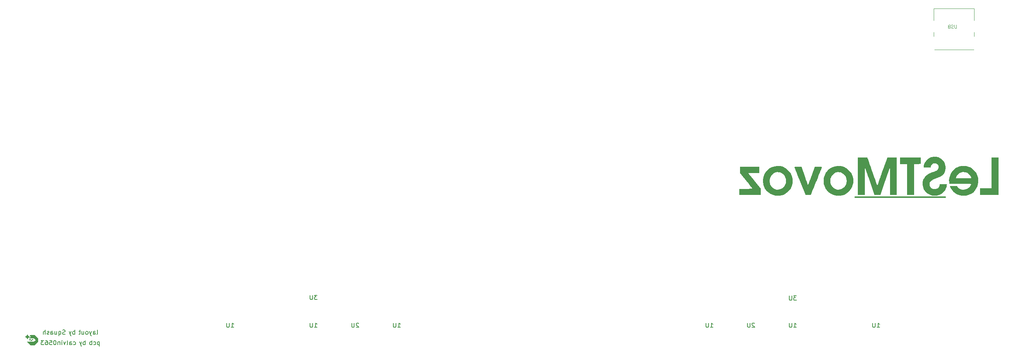
<source format=gbr>
%TF.GenerationSoftware,KiCad,Pcbnew,(7.0.0)*%
%TF.CreationDate,2024-02-11T13:38:05+01:00*%
%TF.ProjectId,LeSTMovoz,4c655354-4d6f-4766-9f7a-2e6b69636164,rev?*%
%TF.SameCoordinates,Original*%
%TF.FileFunction,Legend,Bot*%
%TF.FilePolarity,Positive*%
%FSLAX46Y46*%
G04 Gerber Fmt 4.6, Leading zero omitted, Abs format (unit mm)*
G04 Created by KiCad (PCBNEW (7.0.0)) date 2024-02-11 13:38:05*
%MOMM*%
%LPD*%
G01*
G04 APERTURE LIST*
%ADD10C,0.300000*%
%ADD11C,0.150000*%
%ADD12C,0.125000*%
%ADD13C,0.120000*%
%ADD14C,4.400000*%
%ADD15R,1.778000X1.300000*%
%ADD16O,1.778000X1.300000*%
%ADD17C,1.710000*%
%ADD18C,1.600000*%
%ADD19C,1.750000*%
%ADD20C,3.987800*%
%ADD21C,2.300000*%
%ADD22C,1.400000*%
%ADD23O,1.400000X1.400000*%
%ADD24C,4.000000*%
%ADD25R,2.400000X2.400000*%
%ADD26O,2.400000X2.400000*%
%ADD27R,1.600000X1.600000*%
%ADD28O,1.600000X1.600000*%
%ADD29R,1.050000X1.500000*%
%ADD30O,1.050000X1.500000*%
%ADD31O,1.000000X1.500000*%
%ADD32C,0.700000*%
%ADD33O,0.900000X1.700000*%
%ADD34O,0.900000X2.400000*%
G04 APERTURE END LIST*
D10*
X214312500Y-64293750D02*
X234950000Y-64293750D01*
D11*
X91344642Y-86679880D02*
X90725595Y-86679880D01*
X90725595Y-86679880D02*
X91058928Y-87060833D01*
X91058928Y-87060833D02*
X90916071Y-87060833D01*
X90916071Y-87060833D02*
X90820833Y-87108452D01*
X90820833Y-87108452D02*
X90773214Y-87156071D01*
X90773214Y-87156071D02*
X90725595Y-87251309D01*
X90725595Y-87251309D02*
X90725595Y-87489404D01*
X90725595Y-87489404D02*
X90773214Y-87584642D01*
X90773214Y-87584642D02*
X90820833Y-87632261D01*
X90820833Y-87632261D02*
X90916071Y-87679880D01*
X90916071Y-87679880D02*
X91201785Y-87679880D01*
X91201785Y-87679880D02*
X91297023Y-87632261D01*
X91297023Y-87632261D02*
X91344642Y-87584642D01*
X90297023Y-86679880D02*
X90297023Y-87489404D01*
X90297023Y-87489404D02*
X90249404Y-87584642D01*
X90249404Y-87584642D02*
X90201785Y-87632261D01*
X90201785Y-87632261D02*
X90106547Y-87679880D01*
X90106547Y-87679880D02*
X89916071Y-87679880D01*
X89916071Y-87679880D02*
X89820833Y-87632261D01*
X89820833Y-87632261D02*
X89773214Y-87584642D01*
X89773214Y-87584642D02*
X89725595Y-87489404D01*
X89725595Y-87489404D02*
X89725595Y-86679880D01*
X100822023Y-93125119D02*
X100774404Y-93077500D01*
X100774404Y-93077500D02*
X100679166Y-93029880D01*
X100679166Y-93029880D02*
X100441071Y-93029880D01*
X100441071Y-93029880D02*
X100345833Y-93077500D01*
X100345833Y-93077500D02*
X100298214Y-93125119D01*
X100298214Y-93125119D02*
X100250595Y-93220357D01*
X100250595Y-93220357D02*
X100250595Y-93315595D01*
X100250595Y-93315595D02*
X100298214Y-93458452D01*
X100298214Y-93458452D02*
X100869642Y-94029880D01*
X100869642Y-94029880D02*
X100250595Y-94029880D01*
X99822023Y-93029880D02*
X99822023Y-93839404D01*
X99822023Y-93839404D02*
X99774404Y-93934642D01*
X99774404Y-93934642D02*
X99726785Y-93982261D01*
X99726785Y-93982261D02*
X99631547Y-94029880D01*
X99631547Y-94029880D02*
X99441071Y-94029880D01*
X99441071Y-94029880D02*
X99345833Y-93982261D01*
X99345833Y-93982261D02*
X99298214Y-93934642D01*
X99298214Y-93934642D02*
X99250595Y-93839404D01*
X99250595Y-93839404D02*
X99250595Y-93029880D01*
X109775595Y-94029880D02*
X110347023Y-94029880D01*
X110061309Y-94029880D02*
X110061309Y-93029880D01*
X110061309Y-93029880D02*
X110156547Y-93172738D01*
X110156547Y-93172738D02*
X110251785Y-93267976D01*
X110251785Y-93267976D02*
X110347023Y-93315595D01*
X109347023Y-93029880D02*
X109347023Y-93839404D01*
X109347023Y-93839404D02*
X109299404Y-93934642D01*
X109299404Y-93934642D02*
X109251785Y-93982261D01*
X109251785Y-93982261D02*
X109156547Y-94029880D01*
X109156547Y-94029880D02*
X108966071Y-94029880D01*
X108966071Y-94029880D02*
X108870833Y-93982261D01*
X108870833Y-93982261D02*
X108823214Y-93934642D01*
X108823214Y-93934642D02*
X108775595Y-93839404D01*
X108775595Y-93839404D02*
X108775595Y-93029880D01*
X181213095Y-94029880D02*
X181784523Y-94029880D01*
X181498809Y-94029880D02*
X181498809Y-93029880D01*
X181498809Y-93029880D02*
X181594047Y-93172738D01*
X181594047Y-93172738D02*
X181689285Y-93267976D01*
X181689285Y-93267976D02*
X181784523Y-93315595D01*
X180784523Y-93029880D02*
X180784523Y-93839404D01*
X180784523Y-93839404D02*
X180736904Y-93934642D01*
X180736904Y-93934642D02*
X180689285Y-93982261D01*
X180689285Y-93982261D02*
X180594047Y-94029880D01*
X180594047Y-94029880D02*
X180403571Y-94029880D01*
X180403571Y-94029880D02*
X180308333Y-93982261D01*
X180308333Y-93982261D02*
X180260714Y-93934642D01*
X180260714Y-93934642D02*
X180213095Y-93839404D01*
X180213095Y-93839404D02*
X180213095Y-93029880D01*
X40953572Y-95617380D02*
X41048810Y-95569761D01*
X41048810Y-95569761D02*
X41096429Y-95474523D01*
X41096429Y-95474523D02*
X41096429Y-94617380D01*
X40144048Y-95617380D02*
X40144048Y-95093571D01*
X40144048Y-95093571D02*
X40191667Y-94998333D01*
X40191667Y-94998333D02*
X40286905Y-94950714D01*
X40286905Y-94950714D02*
X40477381Y-94950714D01*
X40477381Y-94950714D02*
X40572619Y-94998333D01*
X40144048Y-95569761D02*
X40239286Y-95617380D01*
X40239286Y-95617380D02*
X40477381Y-95617380D01*
X40477381Y-95617380D02*
X40572619Y-95569761D01*
X40572619Y-95569761D02*
X40620238Y-95474523D01*
X40620238Y-95474523D02*
X40620238Y-95379285D01*
X40620238Y-95379285D02*
X40572619Y-95284047D01*
X40572619Y-95284047D02*
X40477381Y-95236428D01*
X40477381Y-95236428D02*
X40239286Y-95236428D01*
X40239286Y-95236428D02*
X40144048Y-95188809D01*
X39763095Y-94950714D02*
X39525000Y-95617380D01*
X39286905Y-94950714D02*
X39525000Y-95617380D01*
X39525000Y-95617380D02*
X39620238Y-95855476D01*
X39620238Y-95855476D02*
X39667857Y-95903095D01*
X39667857Y-95903095D02*
X39763095Y-95950714D01*
X38763095Y-95617380D02*
X38858333Y-95569761D01*
X38858333Y-95569761D02*
X38905952Y-95522142D01*
X38905952Y-95522142D02*
X38953571Y-95426904D01*
X38953571Y-95426904D02*
X38953571Y-95141190D01*
X38953571Y-95141190D02*
X38905952Y-95045952D01*
X38905952Y-95045952D02*
X38858333Y-94998333D01*
X38858333Y-94998333D02*
X38763095Y-94950714D01*
X38763095Y-94950714D02*
X38620238Y-94950714D01*
X38620238Y-94950714D02*
X38525000Y-94998333D01*
X38525000Y-94998333D02*
X38477381Y-95045952D01*
X38477381Y-95045952D02*
X38429762Y-95141190D01*
X38429762Y-95141190D02*
X38429762Y-95426904D01*
X38429762Y-95426904D02*
X38477381Y-95522142D01*
X38477381Y-95522142D02*
X38525000Y-95569761D01*
X38525000Y-95569761D02*
X38620238Y-95617380D01*
X38620238Y-95617380D02*
X38763095Y-95617380D01*
X37572619Y-94950714D02*
X37572619Y-95617380D01*
X38001190Y-94950714D02*
X38001190Y-95474523D01*
X38001190Y-95474523D02*
X37953571Y-95569761D01*
X37953571Y-95569761D02*
X37858333Y-95617380D01*
X37858333Y-95617380D02*
X37715476Y-95617380D01*
X37715476Y-95617380D02*
X37620238Y-95569761D01*
X37620238Y-95569761D02*
X37572619Y-95522142D01*
X37239285Y-94950714D02*
X36858333Y-94950714D01*
X37096428Y-94617380D02*
X37096428Y-95474523D01*
X37096428Y-95474523D02*
X37048809Y-95569761D01*
X37048809Y-95569761D02*
X36953571Y-95617380D01*
X36953571Y-95617380D02*
X36858333Y-95617380D01*
X35924999Y-95617380D02*
X35924999Y-94617380D01*
X35924999Y-94998333D02*
X35829761Y-94950714D01*
X35829761Y-94950714D02*
X35639285Y-94950714D01*
X35639285Y-94950714D02*
X35544047Y-94998333D01*
X35544047Y-94998333D02*
X35496428Y-95045952D01*
X35496428Y-95045952D02*
X35448809Y-95141190D01*
X35448809Y-95141190D02*
X35448809Y-95426904D01*
X35448809Y-95426904D02*
X35496428Y-95522142D01*
X35496428Y-95522142D02*
X35544047Y-95569761D01*
X35544047Y-95569761D02*
X35639285Y-95617380D01*
X35639285Y-95617380D02*
X35829761Y-95617380D01*
X35829761Y-95617380D02*
X35924999Y-95569761D01*
X35115475Y-94950714D02*
X34877380Y-95617380D01*
X34639285Y-94950714D02*
X34877380Y-95617380D01*
X34877380Y-95617380D02*
X34972618Y-95855476D01*
X34972618Y-95855476D02*
X35020237Y-95903095D01*
X35020237Y-95903095D02*
X35115475Y-95950714D01*
X33705951Y-95569761D02*
X33563094Y-95617380D01*
X33563094Y-95617380D02*
X33324999Y-95617380D01*
X33324999Y-95617380D02*
X33229761Y-95569761D01*
X33229761Y-95569761D02*
X33182142Y-95522142D01*
X33182142Y-95522142D02*
X33134523Y-95426904D01*
X33134523Y-95426904D02*
X33134523Y-95331666D01*
X33134523Y-95331666D02*
X33182142Y-95236428D01*
X33182142Y-95236428D02*
X33229761Y-95188809D01*
X33229761Y-95188809D02*
X33324999Y-95141190D01*
X33324999Y-95141190D02*
X33515475Y-95093571D01*
X33515475Y-95093571D02*
X33610713Y-95045952D01*
X33610713Y-95045952D02*
X33658332Y-94998333D01*
X33658332Y-94998333D02*
X33705951Y-94903095D01*
X33705951Y-94903095D02*
X33705951Y-94807857D01*
X33705951Y-94807857D02*
X33658332Y-94712619D01*
X33658332Y-94712619D02*
X33610713Y-94665000D01*
X33610713Y-94665000D02*
X33515475Y-94617380D01*
X33515475Y-94617380D02*
X33277380Y-94617380D01*
X33277380Y-94617380D02*
X33134523Y-94665000D01*
X32277380Y-94950714D02*
X32277380Y-95950714D01*
X32277380Y-95569761D02*
X32372618Y-95617380D01*
X32372618Y-95617380D02*
X32563094Y-95617380D01*
X32563094Y-95617380D02*
X32658332Y-95569761D01*
X32658332Y-95569761D02*
X32705951Y-95522142D01*
X32705951Y-95522142D02*
X32753570Y-95426904D01*
X32753570Y-95426904D02*
X32753570Y-95141190D01*
X32753570Y-95141190D02*
X32705951Y-95045952D01*
X32705951Y-95045952D02*
X32658332Y-94998333D01*
X32658332Y-94998333D02*
X32563094Y-94950714D01*
X32563094Y-94950714D02*
X32372618Y-94950714D01*
X32372618Y-94950714D02*
X32277380Y-94998333D01*
X31372618Y-94950714D02*
X31372618Y-95617380D01*
X31801189Y-94950714D02*
X31801189Y-95474523D01*
X31801189Y-95474523D02*
X31753570Y-95569761D01*
X31753570Y-95569761D02*
X31658332Y-95617380D01*
X31658332Y-95617380D02*
X31515475Y-95617380D01*
X31515475Y-95617380D02*
X31420237Y-95569761D01*
X31420237Y-95569761D02*
X31372618Y-95522142D01*
X30467856Y-95617380D02*
X30467856Y-95093571D01*
X30467856Y-95093571D02*
X30515475Y-94998333D01*
X30515475Y-94998333D02*
X30610713Y-94950714D01*
X30610713Y-94950714D02*
X30801189Y-94950714D01*
X30801189Y-94950714D02*
X30896427Y-94998333D01*
X30467856Y-95569761D02*
X30563094Y-95617380D01*
X30563094Y-95617380D02*
X30801189Y-95617380D01*
X30801189Y-95617380D02*
X30896427Y-95569761D01*
X30896427Y-95569761D02*
X30944046Y-95474523D01*
X30944046Y-95474523D02*
X30944046Y-95379285D01*
X30944046Y-95379285D02*
X30896427Y-95284047D01*
X30896427Y-95284047D02*
X30801189Y-95236428D01*
X30801189Y-95236428D02*
X30563094Y-95236428D01*
X30563094Y-95236428D02*
X30467856Y-95188809D01*
X30039284Y-95569761D02*
X29944046Y-95617380D01*
X29944046Y-95617380D02*
X29753570Y-95617380D01*
X29753570Y-95617380D02*
X29658332Y-95569761D01*
X29658332Y-95569761D02*
X29610713Y-95474523D01*
X29610713Y-95474523D02*
X29610713Y-95426904D01*
X29610713Y-95426904D02*
X29658332Y-95331666D01*
X29658332Y-95331666D02*
X29753570Y-95284047D01*
X29753570Y-95284047D02*
X29896427Y-95284047D01*
X29896427Y-95284047D02*
X29991665Y-95236428D01*
X29991665Y-95236428D02*
X30039284Y-95141190D01*
X30039284Y-95141190D02*
X30039284Y-95093571D01*
X30039284Y-95093571D02*
X29991665Y-94998333D01*
X29991665Y-94998333D02*
X29896427Y-94950714D01*
X29896427Y-94950714D02*
X29753570Y-94950714D01*
X29753570Y-94950714D02*
X29658332Y-94998333D01*
X29182141Y-95617380D02*
X29182141Y-94617380D01*
X28753570Y-95617380D02*
X28753570Y-95093571D01*
X28753570Y-95093571D02*
X28801189Y-94998333D01*
X28801189Y-94998333D02*
X28896427Y-94950714D01*
X28896427Y-94950714D02*
X29039284Y-94950714D01*
X29039284Y-94950714D02*
X29134522Y-94998333D01*
X29134522Y-94998333D02*
X29182141Y-95045952D01*
D12*
X237483928Y-24925535D02*
X237483928Y-25532678D01*
X237483928Y-25532678D02*
X237448214Y-25604107D01*
X237448214Y-25604107D02*
X237412500Y-25639821D01*
X237412500Y-25639821D02*
X237341071Y-25675535D01*
X237341071Y-25675535D02*
X237198214Y-25675535D01*
X237198214Y-25675535D02*
X237126785Y-25639821D01*
X237126785Y-25639821D02*
X237091071Y-25604107D01*
X237091071Y-25604107D02*
X237055357Y-25532678D01*
X237055357Y-25532678D02*
X237055357Y-24925535D01*
X236733928Y-25639821D02*
X236626786Y-25675535D01*
X236626786Y-25675535D02*
X236448214Y-25675535D01*
X236448214Y-25675535D02*
X236376786Y-25639821D01*
X236376786Y-25639821D02*
X236341071Y-25604107D01*
X236341071Y-25604107D02*
X236305357Y-25532678D01*
X236305357Y-25532678D02*
X236305357Y-25461250D01*
X236305357Y-25461250D02*
X236341071Y-25389821D01*
X236341071Y-25389821D02*
X236376786Y-25354107D01*
X236376786Y-25354107D02*
X236448214Y-25318392D01*
X236448214Y-25318392D02*
X236591071Y-25282678D01*
X236591071Y-25282678D02*
X236662500Y-25246964D01*
X236662500Y-25246964D02*
X236698214Y-25211250D01*
X236698214Y-25211250D02*
X236733928Y-25139821D01*
X236733928Y-25139821D02*
X236733928Y-25068392D01*
X236733928Y-25068392D02*
X236698214Y-24996964D01*
X236698214Y-24996964D02*
X236662500Y-24961250D01*
X236662500Y-24961250D02*
X236591071Y-24925535D01*
X236591071Y-24925535D02*
X236412500Y-24925535D01*
X236412500Y-24925535D02*
X236305357Y-24961250D01*
X235733928Y-25282678D02*
X235626785Y-25318392D01*
X235626785Y-25318392D02*
X235591071Y-25354107D01*
X235591071Y-25354107D02*
X235555357Y-25425535D01*
X235555357Y-25425535D02*
X235555357Y-25532678D01*
X235555357Y-25532678D02*
X235591071Y-25604107D01*
X235591071Y-25604107D02*
X235626785Y-25639821D01*
X235626785Y-25639821D02*
X235698214Y-25675535D01*
X235698214Y-25675535D02*
X235983928Y-25675535D01*
X235983928Y-25675535D02*
X235983928Y-24925535D01*
X235983928Y-24925535D02*
X235733928Y-24925535D01*
X235733928Y-24925535D02*
X235662500Y-24961250D01*
X235662500Y-24961250D02*
X235626785Y-24996964D01*
X235626785Y-24996964D02*
X235591071Y-25068392D01*
X235591071Y-25068392D02*
X235591071Y-25139821D01*
X235591071Y-25139821D02*
X235626785Y-25211250D01*
X235626785Y-25211250D02*
X235662500Y-25246964D01*
X235662500Y-25246964D02*
X235733928Y-25282678D01*
X235733928Y-25282678D02*
X235983928Y-25282678D01*
D11*
X191309523Y-93125119D02*
X191261904Y-93077500D01*
X191261904Y-93077500D02*
X191166666Y-93029880D01*
X191166666Y-93029880D02*
X190928571Y-93029880D01*
X190928571Y-93029880D02*
X190833333Y-93077500D01*
X190833333Y-93077500D02*
X190785714Y-93125119D01*
X190785714Y-93125119D02*
X190738095Y-93220357D01*
X190738095Y-93220357D02*
X190738095Y-93315595D01*
X190738095Y-93315595D02*
X190785714Y-93458452D01*
X190785714Y-93458452D02*
X191357142Y-94029880D01*
X191357142Y-94029880D02*
X190738095Y-94029880D01*
X190309523Y-93029880D02*
X190309523Y-93839404D01*
X190309523Y-93839404D02*
X190261904Y-93934642D01*
X190261904Y-93934642D02*
X190214285Y-93982261D01*
X190214285Y-93982261D02*
X190119047Y-94029880D01*
X190119047Y-94029880D02*
X189928571Y-94029880D01*
X189928571Y-94029880D02*
X189833333Y-93982261D01*
X189833333Y-93982261D02*
X189785714Y-93934642D01*
X189785714Y-93934642D02*
X189738095Y-93839404D01*
X189738095Y-93839404D02*
X189738095Y-93029880D01*
X90725595Y-94029880D02*
X91297023Y-94029880D01*
X91011309Y-94029880D02*
X91011309Y-93029880D01*
X91011309Y-93029880D02*
X91106547Y-93172738D01*
X91106547Y-93172738D02*
X91201785Y-93267976D01*
X91201785Y-93267976D02*
X91297023Y-93315595D01*
X90297023Y-93029880D02*
X90297023Y-93839404D01*
X90297023Y-93839404D02*
X90249404Y-93934642D01*
X90249404Y-93934642D02*
X90201785Y-93982261D01*
X90201785Y-93982261D02*
X90106547Y-94029880D01*
X90106547Y-94029880D02*
X89916071Y-94029880D01*
X89916071Y-94029880D02*
X89820833Y-93982261D01*
X89820833Y-93982261D02*
X89773214Y-93934642D01*
X89773214Y-93934642D02*
X89725595Y-93839404D01*
X89725595Y-93839404D02*
X89725595Y-93029880D01*
X41572619Y-97331964D02*
X41572619Y-98331964D01*
X41572619Y-97379583D02*
X41477381Y-97331964D01*
X41477381Y-97331964D02*
X41286905Y-97331964D01*
X41286905Y-97331964D02*
X41191667Y-97379583D01*
X41191667Y-97379583D02*
X41144048Y-97427202D01*
X41144048Y-97427202D02*
X41096429Y-97522440D01*
X41096429Y-97522440D02*
X41096429Y-97808154D01*
X41096429Y-97808154D02*
X41144048Y-97903392D01*
X41144048Y-97903392D02*
X41191667Y-97951011D01*
X41191667Y-97951011D02*
X41286905Y-97998630D01*
X41286905Y-97998630D02*
X41477381Y-97998630D01*
X41477381Y-97998630D02*
X41572619Y-97951011D01*
X40239286Y-97951011D02*
X40334524Y-97998630D01*
X40334524Y-97998630D02*
X40525000Y-97998630D01*
X40525000Y-97998630D02*
X40620238Y-97951011D01*
X40620238Y-97951011D02*
X40667857Y-97903392D01*
X40667857Y-97903392D02*
X40715476Y-97808154D01*
X40715476Y-97808154D02*
X40715476Y-97522440D01*
X40715476Y-97522440D02*
X40667857Y-97427202D01*
X40667857Y-97427202D02*
X40620238Y-97379583D01*
X40620238Y-97379583D02*
X40525000Y-97331964D01*
X40525000Y-97331964D02*
X40334524Y-97331964D01*
X40334524Y-97331964D02*
X40239286Y-97379583D01*
X39810714Y-97998630D02*
X39810714Y-96998630D01*
X39810714Y-97379583D02*
X39715476Y-97331964D01*
X39715476Y-97331964D02*
X39525000Y-97331964D01*
X39525000Y-97331964D02*
X39429762Y-97379583D01*
X39429762Y-97379583D02*
X39382143Y-97427202D01*
X39382143Y-97427202D02*
X39334524Y-97522440D01*
X39334524Y-97522440D02*
X39334524Y-97808154D01*
X39334524Y-97808154D02*
X39382143Y-97903392D01*
X39382143Y-97903392D02*
X39429762Y-97951011D01*
X39429762Y-97951011D02*
X39525000Y-97998630D01*
X39525000Y-97998630D02*
X39715476Y-97998630D01*
X39715476Y-97998630D02*
X39810714Y-97951011D01*
X38305952Y-97998630D02*
X38305952Y-96998630D01*
X38305952Y-97379583D02*
X38210714Y-97331964D01*
X38210714Y-97331964D02*
X38020238Y-97331964D01*
X38020238Y-97331964D02*
X37925000Y-97379583D01*
X37925000Y-97379583D02*
X37877381Y-97427202D01*
X37877381Y-97427202D02*
X37829762Y-97522440D01*
X37829762Y-97522440D02*
X37829762Y-97808154D01*
X37829762Y-97808154D02*
X37877381Y-97903392D01*
X37877381Y-97903392D02*
X37925000Y-97951011D01*
X37925000Y-97951011D02*
X38020238Y-97998630D01*
X38020238Y-97998630D02*
X38210714Y-97998630D01*
X38210714Y-97998630D02*
X38305952Y-97951011D01*
X37496428Y-97331964D02*
X37258333Y-97998630D01*
X37020238Y-97331964D02*
X37258333Y-97998630D01*
X37258333Y-97998630D02*
X37353571Y-98236726D01*
X37353571Y-98236726D02*
X37401190Y-98284345D01*
X37401190Y-98284345D02*
X37496428Y-98331964D01*
X35610714Y-97951011D02*
X35705952Y-97998630D01*
X35705952Y-97998630D02*
X35896428Y-97998630D01*
X35896428Y-97998630D02*
X35991666Y-97951011D01*
X35991666Y-97951011D02*
X36039285Y-97903392D01*
X36039285Y-97903392D02*
X36086904Y-97808154D01*
X36086904Y-97808154D02*
X36086904Y-97522440D01*
X36086904Y-97522440D02*
X36039285Y-97427202D01*
X36039285Y-97427202D02*
X35991666Y-97379583D01*
X35991666Y-97379583D02*
X35896428Y-97331964D01*
X35896428Y-97331964D02*
X35705952Y-97331964D01*
X35705952Y-97331964D02*
X35610714Y-97379583D01*
X34753571Y-97998630D02*
X34753571Y-97474821D01*
X34753571Y-97474821D02*
X34801190Y-97379583D01*
X34801190Y-97379583D02*
X34896428Y-97331964D01*
X34896428Y-97331964D02*
X35086904Y-97331964D01*
X35086904Y-97331964D02*
X35182142Y-97379583D01*
X34753571Y-97951011D02*
X34848809Y-97998630D01*
X34848809Y-97998630D02*
X35086904Y-97998630D01*
X35086904Y-97998630D02*
X35182142Y-97951011D01*
X35182142Y-97951011D02*
X35229761Y-97855773D01*
X35229761Y-97855773D02*
X35229761Y-97760535D01*
X35229761Y-97760535D02*
X35182142Y-97665297D01*
X35182142Y-97665297D02*
X35086904Y-97617678D01*
X35086904Y-97617678D02*
X34848809Y-97617678D01*
X34848809Y-97617678D02*
X34753571Y-97570059D01*
X34134523Y-97998630D02*
X34229761Y-97951011D01*
X34229761Y-97951011D02*
X34277380Y-97855773D01*
X34277380Y-97855773D02*
X34277380Y-96998630D01*
X33848808Y-97331964D02*
X33610713Y-97998630D01*
X33610713Y-97998630D02*
X33372618Y-97331964D01*
X32991665Y-97998630D02*
X32991665Y-97331964D01*
X32991665Y-96998630D02*
X33039284Y-97046250D01*
X33039284Y-97046250D02*
X32991665Y-97093869D01*
X32991665Y-97093869D02*
X32944046Y-97046250D01*
X32944046Y-97046250D02*
X32991665Y-96998630D01*
X32991665Y-96998630D02*
X32991665Y-97093869D01*
X32515475Y-97331964D02*
X32515475Y-97998630D01*
X32515475Y-97427202D02*
X32467856Y-97379583D01*
X32467856Y-97379583D02*
X32372618Y-97331964D01*
X32372618Y-97331964D02*
X32229761Y-97331964D01*
X32229761Y-97331964D02*
X32134523Y-97379583D01*
X32134523Y-97379583D02*
X32086904Y-97474821D01*
X32086904Y-97474821D02*
X32086904Y-97998630D01*
X31420237Y-96998630D02*
X31324999Y-96998630D01*
X31324999Y-96998630D02*
X31229761Y-97046250D01*
X31229761Y-97046250D02*
X31182142Y-97093869D01*
X31182142Y-97093869D02*
X31134523Y-97189107D01*
X31134523Y-97189107D02*
X31086904Y-97379583D01*
X31086904Y-97379583D02*
X31086904Y-97617678D01*
X31086904Y-97617678D02*
X31134523Y-97808154D01*
X31134523Y-97808154D02*
X31182142Y-97903392D01*
X31182142Y-97903392D02*
X31229761Y-97951011D01*
X31229761Y-97951011D02*
X31324999Y-97998630D01*
X31324999Y-97998630D02*
X31420237Y-97998630D01*
X31420237Y-97998630D02*
X31515475Y-97951011D01*
X31515475Y-97951011D02*
X31563094Y-97903392D01*
X31563094Y-97903392D02*
X31610713Y-97808154D01*
X31610713Y-97808154D02*
X31658332Y-97617678D01*
X31658332Y-97617678D02*
X31658332Y-97379583D01*
X31658332Y-97379583D02*
X31610713Y-97189107D01*
X31610713Y-97189107D02*
X31563094Y-97093869D01*
X31563094Y-97093869D02*
X31515475Y-97046250D01*
X31515475Y-97046250D02*
X31420237Y-96998630D01*
X30182142Y-96998630D02*
X30658332Y-96998630D01*
X30658332Y-96998630D02*
X30705951Y-97474821D01*
X30705951Y-97474821D02*
X30658332Y-97427202D01*
X30658332Y-97427202D02*
X30563094Y-97379583D01*
X30563094Y-97379583D02*
X30324999Y-97379583D01*
X30324999Y-97379583D02*
X30229761Y-97427202D01*
X30229761Y-97427202D02*
X30182142Y-97474821D01*
X30182142Y-97474821D02*
X30134523Y-97570059D01*
X30134523Y-97570059D02*
X30134523Y-97808154D01*
X30134523Y-97808154D02*
X30182142Y-97903392D01*
X30182142Y-97903392D02*
X30229761Y-97951011D01*
X30229761Y-97951011D02*
X30324999Y-97998630D01*
X30324999Y-97998630D02*
X30563094Y-97998630D01*
X30563094Y-97998630D02*
X30658332Y-97951011D01*
X30658332Y-97951011D02*
X30705951Y-97903392D01*
X29277380Y-96998630D02*
X29467856Y-96998630D01*
X29467856Y-96998630D02*
X29563094Y-97046250D01*
X29563094Y-97046250D02*
X29610713Y-97093869D01*
X29610713Y-97093869D02*
X29705951Y-97236726D01*
X29705951Y-97236726D02*
X29753570Y-97427202D01*
X29753570Y-97427202D02*
X29753570Y-97808154D01*
X29753570Y-97808154D02*
X29705951Y-97903392D01*
X29705951Y-97903392D02*
X29658332Y-97951011D01*
X29658332Y-97951011D02*
X29563094Y-97998630D01*
X29563094Y-97998630D02*
X29372618Y-97998630D01*
X29372618Y-97998630D02*
X29277380Y-97951011D01*
X29277380Y-97951011D02*
X29229761Y-97903392D01*
X29229761Y-97903392D02*
X29182142Y-97808154D01*
X29182142Y-97808154D02*
X29182142Y-97570059D01*
X29182142Y-97570059D02*
X29229761Y-97474821D01*
X29229761Y-97474821D02*
X29277380Y-97427202D01*
X29277380Y-97427202D02*
X29372618Y-97379583D01*
X29372618Y-97379583D02*
X29563094Y-97379583D01*
X29563094Y-97379583D02*
X29658332Y-97427202D01*
X29658332Y-97427202D02*
X29705951Y-97474821D01*
X29705951Y-97474821D02*
X29753570Y-97570059D01*
X28848808Y-96998630D02*
X28229761Y-96998630D01*
X28229761Y-96998630D02*
X28563094Y-97379583D01*
X28563094Y-97379583D02*
X28420237Y-97379583D01*
X28420237Y-97379583D02*
X28324999Y-97427202D01*
X28324999Y-97427202D02*
X28277380Y-97474821D01*
X28277380Y-97474821D02*
X28229761Y-97570059D01*
X28229761Y-97570059D02*
X28229761Y-97808154D01*
X28229761Y-97808154D02*
X28277380Y-97903392D01*
X28277380Y-97903392D02*
X28324999Y-97951011D01*
X28324999Y-97951011D02*
X28420237Y-97998630D01*
X28420237Y-97998630D02*
X28705951Y-97998630D01*
X28705951Y-97998630D02*
X28801189Y-97951011D01*
X28801189Y-97951011D02*
X28848808Y-97903392D01*
X219313095Y-94029880D02*
X219884523Y-94029880D01*
X219598809Y-94029880D02*
X219598809Y-93029880D01*
X219598809Y-93029880D02*
X219694047Y-93172738D01*
X219694047Y-93172738D02*
X219789285Y-93267976D01*
X219789285Y-93267976D02*
X219884523Y-93315595D01*
X218884523Y-93029880D02*
X218884523Y-93839404D01*
X218884523Y-93839404D02*
X218836904Y-93934642D01*
X218836904Y-93934642D02*
X218789285Y-93982261D01*
X218789285Y-93982261D02*
X218694047Y-94029880D01*
X218694047Y-94029880D02*
X218503571Y-94029880D01*
X218503571Y-94029880D02*
X218408333Y-93982261D01*
X218408333Y-93982261D02*
X218360714Y-93934642D01*
X218360714Y-93934642D02*
X218313095Y-93839404D01*
X218313095Y-93839404D02*
X218313095Y-93029880D01*
X200263095Y-94029880D02*
X200834523Y-94029880D01*
X200548809Y-94029880D02*
X200548809Y-93029880D01*
X200548809Y-93029880D02*
X200644047Y-93172738D01*
X200644047Y-93172738D02*
X200739285Y-93267976D01*
X200739285Y-93267976D02*
X200834523Y-93315595D01*
X199834523Y-93029880D02*
X199834523Y-93839404D01*
X199834523Y-93839404D02*
X199786904Y-93934642D01*
X199786904Y-93934642D02*
X199739285Y-93982261D01*
X199739285Y-93982261D02*
X199644047Y-94029880D01*
X199644047Y-94029880D02*
X199453571Y-94029880D01*
X199453571Y-94029880D02*
X199358333Y-93982261D01*
X199358333Y-93982261D02*
X199310714Y-93934642D01*
X199310714Y-93934642D02*
X199263095Y-93839404D01*
X199263095Y-93839404D02*
X199263095Y-93029880D01*
X200882141Y-86822203D02*
X200263094Y-86822203D01*
X200263094Y-86822203D02*
X200596427Y-87203156D01*
X200596427Y-87203156D02*
X200453570Y-87203156D01*
X200453570Y-87203156D02*
X200358332Y-87250775D01*
X200358332Y-87250775D02*
X200310713Y-87298394D01*
X200310713Y-87298394D02*
X200263094Y-87393632D01*
X200263094Y-87393632D02*
X200263094Y-87631727D01*
X200263094Y-87631727D02*
X200310713Y-87726965D01*
X200310713Y-87726965D02*
X200358332Y-87774584D01*
X200358332Y-87774584D02*
X200453570Y-87822203D01*
X200453570Y-87822203D02*
X200739284Y-87822203D01*
X200739284Y-87822203D02*
X200834522Y-87774584D01*
X200834522Y-87774584D02*
X200882141Y-87726965D01*
X199834522Y-86822203D02*
X199834522Y-87631727D01*
X199834522Y-87631727D02*
X199786903Y-87726965D01*
X199786903Y-87726965D02*
X199739284Y-87774584D01*
X199739284Y-87774584D02*
X199644046Y-87822203D01*
X199644046Y-87822203D02*
X199453570Y-87822203D01*
X199453570Y-87822203D02*
X199358332Y-87774584D01*
X199358332Y-87774584D02*
X199310713Y-87726965D01*
X199310713Y-87726965D02*
X199263094Y-87631727D01*
X199263094Y-87631727D02*
X199263094Y-86822203D01*
X71675595Y-94029880D02*
X72247023Y-94029880D01*
X71961309Y-94029880D02*
X71961309Y-93029880D01*
X71961309Y-93029880D02*
X72056547Y-93172738D01*
X72056547Y-93172738D02*
X72151785Y-93267976D01*
X72151785Y-93267976D02*
X72247023Y-93315595D01*
X71247023Y-93029880D02*
X71247023Y-93839404D01*
X71247023Y-93839404D02*
X71199404Y-93934642D01*
X71199404Y-93934642D02*
X71151785Y-93982261D01*
X71151785Y-93982261D02*
X71056547Y-94029880D01*
X71056547Y-94029880D02*
X70866071Y-94029880D01*
X70866071Y-94029880D02*
X70770833Y-93982261D01*
X70770833Y-93982261D02*
X70723214Y-93934642D01*
X70723214Y-93934642D02*
X70675595Y-93839404D01*
X70675595Y-93839404D02*
X70675595Y-93029880D01*
%TO.C,G\u002A\u002A\u002A*%
G36*
X247076850Y-59481770D02*
G01*
X247076850Y-63753588D01*
X244982175Y-63753588D01*
X242887500Y-63753588D01*
X242887500Y-63011380D01*
X242887500Y-62269173D01*
X244190487Y-62269173D01*
X245493474Y-62269173D01*
X245493474Y-58739562D01*
X245493474Y-55209952D01*
X246285162Y-55209952D01*
X247076850Y-55209952D01*
X247076850Y-59481770D01*
G37*
G36*
X229362824Y-55951562D02*
G01*
X229362824Y-56693173D01*
X228579383Y-56702017D01*
X227795941Y-56710861D01*
X227787545Y-60232224D01*
X227779149Y-63753588D01*
X226987610Y-63753588D01*
X226196071Y-63753588D01*
X226196071Y-60223978D01*
X226196071Y-56694367D01*
X225404383Y-56694367D01*
X224612694Y-56694367D01*
X224612694Y-55952160D01*
X224612694Y-55209952D01*
X226987759Y-55209952D01*
X229362824Y-55209952D01*
X229362824Y-55951562D01*
G37*
G36*
X192417370Y-58046835D02*
G01*
X192417370Y-58739562D01*
X191163863Y-58739562D01*
X191117161Y-58739574D01*
X190839973Y-58740134D01*
X190585775Y-58741465D01*
X190361729Y-58743472D01*
X190175000Y-58746059D01*
X190032752Y-58749129D01*
X189942150Y-58752588D01*
X189910357Y-58756339D01*
X189917838Y-58767542D01*
X189961097Y-58825029D01*
X190039972Y-58927423D01*
X190151151Y-59070492D01*
X190291318Y-59249999D01*
X190457159Y-59461709D01*
X190645358Y-59701388D01*
X190852602Y-59964800D01*
X191075576Y-60247711D01*
X191310965Y-60545884D01*
X192711573Y-62318653D01*
X192712913Y-63036121D01*
X192714253Y-63753588D01*
X190289707Y-63753588D01*
X187865162Y-63753588D01*
X187865162Y-63060861D01*
X187865162Y-62368134D01*
X189366071Y-62368134D01*
X189624902Y-62367865D01*
X189915150Y-62366882D01*
X190178707Y-62365255D01*
X190409026Y-62363061D01*
X190599560Y-62360378D01*
X190743762Y-62357285D01*
X190835085Y-62353860D01*
X190866980Y-62350182D01*
X190857827Y-62336539D01*
X190812159Y-62275745D01*
X190731086Y-62170249D01*
X190617899Y-62024265D01*
X190475885Y-61842002D01*
X190308334Y-61627672D01*
X190118535Y-61385488D01*
X189909776Y-61119660D01*
X189685348Y-60834400D01*
X189448539Y-60533919D01*
X188030097Y-58735608D01*
X188030097Y-58044858D01*
X188030097Y-57354108D01*
X190223733Y-57354108D01*
X192417370Y-57354108D01*
X192417370Y-58046835D01*
G37*
G36*
X206104126Y-57354792D02*
G01*
X206333756Y-57356179D01*
X206507071Y-57359316D01*
X206630107Y-57364501D01*
X206708898Y-57372035D01*
X206749482Y-57382215D01*
X206757893Y-57395341D01*
X206751305Y-57411842D01*
X206721861Y-57485085D01*
X206670492Y-57612662D01*
X206598875Y-57790422D01*
X206508681Y-58014214D01*
X206401586Y-58279884D01*
X206279262Y-58583281D01*
X206143385Y-58920253D01*
X205995627Y-59286650D01*
X205837662Y-59678317D01*
X205671165Y-60091105D01*
X205497809Y-60520861D01*
X205386763Y-60796145D01*
X205217092Y-61216792D01*
X205055131Y-61618365D01*
X204902576Y-61996651D01*
X204761126Y-62347441D01*
X204632477Y-62666523D01*
X204518329Y-62949688D01*
X204420377Y-63192724D01*
X204340319Y-63391421D01*
X204279854Y-63541567D01*
X204240678Y-63638953D01*
X204224489Y-63679367D01*
X204220772Y-63688593D01*
X204207323Y-63712370D01*
X204183817Y-63729502D01*
X204140936Y-63741077D01*
X204069360Y-63748184D01*
X203959769Y-63751912D01*
X203802843Y-63753351D01*
X203589263Y-63753588D01*
X202983160Y-63753588D01*
X201704212Y-60595082D01*
X201564258Y-60249440D01*
X201393475Y-59827633D01*
X201230868Y-59425988D01*
X201078094Y-59048603D01*
X200936814Y-58699579D01*
X200808685Y-58383013D01*
X200695368Y-58103004D01*
X200598519Y-57863651D01*
X200519800Y-57669053D01*
X200460867Y-57523309D01*
X200423381Y-57430517D01*
X200409000Y-57394777D01*
X200412172Y-57384470D01*
X200442215Y-57373933D01*
X200507279Y-57366425D01*
X200613548Y-57361701D01*
X200767209Y-57359518D01*
X200974448Y-57359629D01*
X201241450Y-57361790D01*
X202090164Y-57370601D01*
X202810767Y-59477709D01*
X202877227Y-59671938D01*
X202996316Y-60019420D01*
X203108312Y-60345504D01*
X203211438Y-60645058D01*
X203303920Y-60912953D01*
X203383983Y-61144059D01*
X203449850Y-61333243D01*
X203499746Y-61475377D01*
X203531896Y-61565330D01*
X203544524Y-61597971D01*
X203550285Y-61587340D01*
X203576548Y-61522939D01*
X203622193Y-61404581D01*
X203685372Y-61237240D01*
X203764239Y-61025892D01*
X203856948Y-60775513D01*
X203961652Y-60491077D01*
X204076506Y-60177560D01*
X204199663Y-59839937D01*
X204329277Y-59483184D01*
X205100876Y-57355243D01*
X205937328Y-57354675D01*
X206104126Y-57354792D01*
G37*
G36*
X223853993Y-59481325D02*
G01*
X223853993Y-63753588D01*
X223062469Y-63753588D01*
X222270945Y-63753588D01*
X222262534Y-60563241D01*
X222254123Y-57372894D01*
X221165267Y-60554994D01*
X220076410Y-63737095D01*
X219398001Y-63745993D01*
X218719592Y-63754891D01*
X217635628Y-60569170D01*
X217526117Y-60247638D01*
X217379885Y-59819308D01*
X217240353Y-59411753D01*
X217108967Y-59029142D01*
X216987175Y-58675649D01*
X216876422Y-58355443D01*
X216778157Y-58072695D01*
X216693825Y-57831578D01*
X216624874Y-57636262D01*
X216572751Y-57490918D01*
X216538903Y-57399717D01*
X216524777Y-57366831D01*
X216523034Y-57372459D01*
X216519296Y-57430757D01*
X216515736Y-57548560D01*
X216512391Y-57721414D01*
X216509299Y-57944868D01*
X216506498Y-58214470D01*
X216504024Y-58525769D01*
X216501916Y-58874313D01*
X216500211Y-59255650D01*
X216498946Y-59665328D01*
X216498160Y-60098896D01*
X216497889Y-60551901D01*
X216497889Y-63753588D01*
X215706201Y-63753588D01*
X214914513Y-63753588D01*
X214914513Y-59481770D01*
X214914513Y-55209952D01*
X216016048Y-55209952D01*
X216086222Y-55209959D01*
X216372518Y-55210282D01*
X216600950Y-55211327D01*
X216778187Y-55213439D01*
X216910896Y-55216960D01*
X217005745Y-55222231D01*
X217069403Y-55229596D01*
X217108537Y-55239398D01*
X217129815Y-55251978D01*
X217139905Y-55267679D01*
X217144700Y-55280966D01*
X217169497Y-55351321D01*
X217213670Y-55477383D01*
X217275722Y-55654854D01*
X217354152Y-55879438D01*
X217447462Y-56146837D01*
X217554154Y-56452753D01*
X217672727Y-56792890D01*
X217801684Y-57162950D01*
X217939525Y-57558635D01*
X218084751Y-57975648D01*
X218235864Y-58409692D01*
X218315175Y-58637493D01*
X218463963Y-59064620D01*
X218606371Y-59473144D01*
X218740869Y-59858692D01*
X218865930Y-60216894D01*
X218980025Y-60543379D01*
X219081624Y-60833776D01*
X219169200Y-61083713D01*
X219241222Y-61288820D01*
X219296163Y-61444725D01*
X219332494Y-61547059D01*
X219348686Y-61591449D01*
X219358628Y-61613837D01*
X219372571Y-61630360D01*
X219389372Y-61623689D01*
X219412165Y-61587302D01*
X219444079Y-61514679D01*
X219488245Y-61399298D01*
X219547796Y-61234637D01*
X219625862Y-61014176D01*
X219634753Y-60988965D01*
X219688232Y-60837232D01*
X219760879Y-60631010D01*
X219850455Y-60376661D01*
X219954720Y-60080544D01*
X220071435Y-59749022D01*
X220198362Y-59388454D01*
X220333260Y-59005201D01*
X220473890Y-58605624D01*
X220618014Y-58196083D01*
X220763391Y-57782939D01*
X221662930Y-55226445D01*
X222758462Y-55217754D01*
X223853993Y-55209062D01*
X223853993Y-59481325D01*
G37*
G36*
X213903772Y-60478884D02*
G01*
X213909364Y-60578803D01*
X213876360Y-61022761D01*
X213785306Y-61461337D01*
X213635978Y-61888678D01*
X213428151Y-62298933D01*
X213161600Y-62686249D01*
X212894807Y-62983191D01*
X212554156Y-63277431D01*
X212177908Y-63526447D01*
X211775231Y-63725053D01*
X211355289Y-63868064D01*
X210927249Y-63950296D01*
X210528056Y-63974912D01*
X210064681Y-63947620D01*
X209618083Y-63861829D01*
X209192905Y-63720668D01*
X208793793Y-63527263D01*
X208425391Y-63284742D01*
X208092344Y-62996234D01*
X207799298Y-62664865D01*
X207550895Y-62293764D01*
X207351782Y-61886059D01*
X207206604Y-61444876D01*
X207157488Y-61220224D01*
X207104684Y-60767868D01*
X207106395Y-60578080D01*
X208652344Y-60578080D01*
X208665104Y-60818980D01*
X208695130Y-61041468D01*
X208741462Y-61222669D01*
X208834084Y-61448677D01*
X209011633Y-61761129D01*
X209228226Y-62028279D01*
X209479486Y-62245861D01*
X209761034Y-62409610D01*
X210068492Y-62515263D01*
X210177037Y-62537469D01*
X210515986Y-62564117D01*
X210848736Y-62527279D01*
X211168590Y-62428798D01*
X211468845Y-62270520D01*
X211742802Y-62054290D01*
X211790926Y-62007609D01*
X211988998Y-61780487D01*
X212143238Y-61532100D01*
X212267408Y-61241119D01*
X212303970Y-61130634D01*
X212329679Y-61025927D01*
X212345144Y-60913278D01*
X212352976Y-60773357D01*
X212355787Y-60586835D01*
X212355798Y-60478884D01*
X212351482Y-60310006D01*
X212339649Y-60177462D01*
X212318155Y-60061805D01*
X212284857Y-59943588D01*
X212188373Y-59695214D01*
X212020876Y-59399955D01*
X211812565Y-59141381D01*
X211570185Y-58923632D01*
X211300480Y-58750848D01*
X211010194Y-58627167D01*
X210706070Y-58556731D01*
X210394853Y-58543678D01*
X210083286Y-58592149D01*
X209951941Y-58632826D01*
X209663804Y-58768542D01*
X209396659Y-58957521D01*
X209158281Y-59191440D01*
X208956444Y-59461981D01*
X208798923Y-59760820D01*
X208693492Y-60079638D01*
X208682463Y-60132551D01*
X208657810Y-60341645D01*
X208652344Y-60578080D01*
X207106395Y-60578080D01*
X207108810Y-60310332D01*
X207168722Y-59858947D01*
X207283276Y-59425043D01*
X207451330Y-59019952D01*
X207683090Y-58624186D01*
X207961516Y-58265946D01*
X208276628Y-57955342D01*
X208623126Y-57693138D01*
X208995709Y-57480098D01*
X209389078Y-57316987D01*
X209797933Y-57204566D01*
X210216973Y-57143601D01*
X210640900Y-57134856D01*
X211064412Y-57179092D01*
X211482211Y-57277076D01*
X211888995Y-57429570D01*
X212279465Y-57637338D01*
X212648321Y-57901144D01*
X212990263Y-58221752D01*
X213211497Y-58483069D01*
X213465374Y-58866169D01*
X213662323Y-59273144D01*
X213802121Y-59698143D01*
X213884543Y-60135313D01*
X213903772Y-60478884D01*
G37*
G36*
X200049227Y-60478884D02*
G01*
X200054819Y-60578803D01*
X200021815Y-61022761D01*
X199930761Y-61461337D01*
X199781432Y-61888678D01*
X199573605Y-62298933D01*
X199307054Y-62686249D01*
X199040262Y-62983191D01*
X198699610Y-63277431D01*
X198323363Y-63526447D01*
X197920686Y-63725053D01*
X197500744Y-63868064D01*
X197072703Y-63950296D01*
X196673510Y-63974912D01*
X196210136Y-63947620D01*
X195763537Y-63861829D01*
X195338360Y-63720668D01*
X194939248Y-63527263D01*
X194570846Y-63284742D01*
X194237799Y-62996234D01*
X193944752Y-62664865D01*
X193696350Y-62293764D01*
X193497237Y-61886059D01*
X193352058Y-61444876D01*
X193302942Y-61220224D01*
X193250139Y-60767868D01*
X193251850Y-60578080D01*
X194797799Y-60578080D01*
X194810559Y-60818980D01*
X194840585Y-61041468D01*
X194886917Y-61222669D01*
X194979538Y-61448677D01*
X195157087Y-61761129D01*
X195373681Y-62028279D01*
X195624941Y-62245861D01*
X195906489Y-62409610D01*
X196213946Y-62515263D01*
X196322491Y-62537469D01*
X196661440Y-62564117D01*
X196994191Y-62527279D01*
X197314044Y-62428798D01*
X197614299Y-62270520D01*
X197888257Y-62054290D01*
X197936381Y-62007609D01*
X198134453Y-61780487D01*
X198288693Y-61532100D01*
X198412863Y-61241119D01*
X198449425Y-61130634D01*
X198475133Y-61025927D01*
X198490598Y-60913278D01*
X198498431Y-60773357D01*
X198501242Y-60586835D01*
X198501252Y-60478884D01*
X198496936Y-60310006D01*
X198485103Y-60177462D01*
X198463610Y-60061805D01*
X198430311Y-59943588D01*
X198333827Y-59695214D01*
X198166330Y-59399955D01*
X197958020Y-59141381D01*
X197715640Y-58923632D01*
X197445935Y-58750848D01*
X197155649Y-58627167D01*
X196851525Y-58556731D01*
X196540307Y-58543678D01*
X196228741Y-58592149D01*
X196097395Y-58632826D01*
X195809258Y-58768542D01*
X195542113Y-58957521D01*
X195303735Y-59191440D01*
X195101898Y-59461981D01*
X194944377Y-59760820D01*
X194838947Y-60079638D01*
X194827917Y-60132551D01*
X194803265Y-60341645D01*
X194797799Y-60578080D01*
X193251850Y-60578080D01*
X193254264Y-60310332D01*
X193314176Y-59858947D01*
X193428731Y-59425043D01*
X193596785Y-59019952D01*
X193828545Y-58624186D01*
X194106971Y-58265946D01*
X194422083Y-57955342D01*
X194768580Y-57693138D01*
X195141163Y-57480098D01*
X195534532Y-57316987D01*
X195943387Y-57204566D01*
X196362428Y-57143601D01*
X196786355Y-57134856D01*
X197209867Y-57179092D01*
X197627665Y-57277076D01*
X198034449Y-57429570D01*
X198424920Y-57637338D01*
X198793776Y-57901144D01*
X199135718Y-58221752D01*
X199356952Y-58483069D01*
X199610828Y-58866169D01*
X199807778Y-59273144D01*
X199947576Y-59698143D01*
X200029998Y-60135313D01*
X200049227Y-60478884D01*
G37*
G36*
X242424349Y-59993069D02*
G01*
X242442743Y-60085812D01*
X242474481Y-60535165D01*
X242450249Y-60983216D01*
X242370480Y-61423721D01*
X242235604Y-61850434D01*
X242046054Y-62257111D01*
X241802261Y-62637505D01*
X241504658Y-62985373D01*
X241226758Y-63235663D01*
X240853023Y-63493986D01*
X240443503Y-63701883D01*
X240005656Y-63855673D01*
X239546939Y-63951676D01*
X239317648Y-63971936D01*
X238984010Y-63969018D01*
X238637867Y-63934746D01*
X238303558Y-63871788D01*
X238005422Y-63782809D01*
X237674119Y-63636627D01*
X237312825Y-63422969D01*
X236976381Y-63166703D01*
X236673001Y-62875815D01*
X236410897Y-62558289D01*
X236198286Y-62222113D01*
X236043380Y-61875271D01*
X235996141Y-61741380D01*
X236811851Y-61741380D01*
X237627562Y-61741380D01*
X237689878Y-61857095D01*
X237724072Y-61911815D01*
X237830501Y-62040250D01*
X237968324Y-62172775D01*
X238118794Y-62292244D01*
X238263166Y-62381510D01*
X238519667Y-62482534D01*
X238824782Y-62547023D01*
X239144609Y-62564720D01*
X239460595Y-62533274D01*
X239508988Y-62523129D01*
X239740917Y-62446933D01*
X239981160Y-62329372D01*
X240207959Y-62182389D01*
X240399554Y-62017927D01*
X240491542Y-61914067D01*
X240593848Y-61778063D01*
X240689065Y-61633097D01*
X240768206Y-61493910D01*
X240822282Y-61375241D01*
X240842305Y-61291832D01*
X240841777Y-61289589D01*
X240828012Y-61281270D01*
X240792576Y-61273979D01*
X240731443Y-61267629D01*
X240640584Y-61262133D01*
X240515973Y-61257405D01*
X240353580Y-61253358D01*
X240149380Y-61249905D01*
X239899343Y-61246961D01*
X239599444Y-61244438D01*
X239245653Y-61242251D01*
X238833943Y-61240313D01*
X238360287Y-61238537D01*
X235878269Y-61230082D01*
X235838320Y-61015666D01*
X235809971Y-60814623D01*
X235795593Y-60451218D01*
X235820856Y-60072272D01*
X235842023Y-59947063D01*
X237378669Y-59947063D01*
X237380522Y-59952222D01*
X237397927Y-59961692D01*
X237437645Y-59969628D01*
X237504529Y-59976156D01*
X237603429Y-59981403D01*
X237739195Y-59985495D01*
X237916679Y-59988559D01*
X238140732Y-59990722D01*
X238416205Y-59992110D01*
X238747949Y-59992850D01*
X239140815Y-59993069D01*
X240902961Y-59993069D01*
X240869814Y-59869367D01*
X240813723Y-59700148D01*
X240676678Y-59423589D01*
X240495179Y-59167868D01*
X240280387Y-58947722D01*
X240043461Y-58777892D01*
X239904124Y-58709034D01*
X239644690Y-58619934D01*
X239361747Y-58562188D01*
X239079154Y-58541640D01*
X239014217Y-58542580D01*
X238670593Y-58581576D01*
X238357725Y-58676603D01*
X238078868Y-58825994D01*
X237837277Y-59028081D01*
X237636206Y-59281194D01*
X237626762Y-59296137D01*
X237557824Y-59422523D01*
X237490905Y-59570564D01*
X237433645Y-59720505D01*
X237393686Y-59852589D01*
X237378669Y-59947063D01*
X235842023Y-59947063D01*
X235883868Y-59699541D01*
X235982735Y-59354784D01*
X236163061Y-58934736D01*
X236399794Y-58533931D01*
X236680649Y-58178055D01*
X237001584Y-57869607D01*
X237358558Y-57611083D01*
X237747528Y-57404983D01*
X238164453Y-57253803D01*
X238605292Y-57160043D01*
X239066001Y-57126198D01*
X239542540Y-57154769D01*
X239738094Y-57184492D01*
X240166052Y-57290590D01*
X240573820Y-57453061D01*
X240974253Y-57676589D01*
X241036289Y-57718977D01*
X241194058Y-57844111D01*
X241367073Y-57999733D01*
X241539106Y-58170105D01*
X241693928Y-58339493D01*
X241815314Y-58492160D01*
X242007393Y-58792396D01*
X242209631Y-59208183D01*
X242354604Y-59641403D01*
X242424349Y-59993069D01*
G37*
G36*
X232775975Y-55063557D02*
G01*
X232912969Y-55068086D01*
X233019372Y-55077678D01*
X233110157Y-55094068D01*
X233200299Y-55118992D01*
X233304772Y-55154187D01*
X233510275Y-55235466D01*
X233866895Y-55426704D01*
X234179515Y-55663005D01*
X234445564Y-55939559D01*
X234662473Y-56251561D01*
X234827670Y-56594202D01*
X234938585Y-56962676D01*
X234992649Y-57352175D01*
X234987291Y-57757893D01*
X234919940Y-58175021D01*
X234904653Y-58234529D01*
X234791893Y-58532246D01*
X234625246Y-58822713D01*
X234414368Y-59093184D01*
X234168913Y-59330917D01*
X233898539Y-59523165D01*
X233825177Y-59562333D01*
X233688608Y-59627550D01*
X233510855Y-59707316D01*
X233303165Y-59796713D01*
X233076783Y-59890825D01*
X232842954Y-59984733D01*
X232645221Y-60063973D01*
X232422404Y-60156314D01*
X232218824Y-60243839D01*
X232045085Y-60321878D01*
X231911790Y-60385764D01*
X231829542Y-60430829D01*
X231783442Y-60461804D01*
X231589547Y-60635004D01*
X231451697Y-60842414D01*
X231369371Y-61085036D01*
X231342045Y-61363869D01*
X231363801Y-61585535D01*
X231442409Y-61823770D01*
X231572818Y-62030917D01*
X231749224Y-62201564D01*
X231965825Y-62330300D01*
X232216818Y-62411715D01*
X232496402Y-62440396D01*
X232742494Y-62419302D01*
X232994378Y-62342964D01*
X233209108Y-62213364D01*
X233383576Y-62033066D01*
X233514674Y-61804635D01*
X233599291Y-61530635D01*
X233640397Y-61329043D01*
X234475056Y-61320220D01*
X235309715Y-61311397D01*
X235287102Y-61534635D01*
X235223551Y-61900138D01*
X235097394Y-62278886D01*
X234916382Y-62630080D01*
X234684827Y-62949382D01*
X234407043Y-63232454D01*
X234087344Y-63474957D01*
X233730041Y-63672553D01*
X233339449Y-63820904D01*
X232919882Y-63915671D01*
X232858562Y-63923779D01*
X232605139Y-63937154D01*
X232322184Y-63926515D01*
X232034064Y-63893466D01*
X231765149Y-63839614D01*
X231537770Y-63772518D01*
X231151675Y-63609967D01*
X230805519Y-63398579D01*
X230502643Y-63141921D01*
X230246390Y-62843557D01*
X230040104Y-62507052D01*
X229887127Y-62135971D01*
X229790802Y-61733881D01*
X229770920Y-61559772D01*
X229761098Y-61318919D01*
X229765778Y-61063009D01*
X229783966Y-60812089D01*
X229814663Y-60586205D01*
X229856873Y-60405406D01*
X229944703Y-60171711D01*
X230128619Y-59830203D01*
X230365911Y-59517832D01*
X230650113Y-59242655D01*
X230974759Y-59012725D01*
X231085838Y-58951740D01*
X231293062Y-58853345D01*
X231550864Y-58744309D01*
X231851389Y-58627908D01*
X232186782Y-58507416D01*
X232262758Y-58480768D01*
X232444436Y-58414782D01*
X232611070Y-58351326D01*
X232746817Y-58296524D01*
X232835833Y-58256501D01*
X232952584Y-58188833D01*
X233122014Y-58057046D01*
X233256783Y-57909256D01*
X233341918Y-57760146D01*
X233378790Y-57620142D01*
X233397634Y-57430462D01*
X233390675Y-57239379D01*
X233357221Y-57077653D01*
X233325326Y-57003960D01*
X233218686Y-56848703D01*
X233073832Y-56710042D01*
X232908928Y-56607046D01*
X232777670Y-56560243D01*
X232556278Y-56529310D01*
X232326811Y-56545312D01*
X232109274Y-56606163D01*
X231923673Y-56709776D01*
X231911516Y-56719656D01*
X231832725Y-56805817D01*
X231751100Y-56924221D01*
X231678268Y-57054445D01*
X231625856Y-57176066D01*
X231605491Y-57268662D01*
X231601868Y-57319545D01*
X231585150Y-57411835D01*
X231565260Y-57486056D01*
X230760925Y-57486056D01*
X229956591Y-57486056D01*
X229957741Y-57411835D01*
X229957869Y-57407462D01*
X229965286Y-57334016D01*
X229981635Y-57220725D01*
X230003686Y-57090211D01*
X230099946Y-56716378D01*
X230256359Y-56357575D01*
X230471023Y-56029120D01*
X230745159Y-55728773D01*
X230827298Y-55654009D01*
X231084487Y-55456181D01*
X231363973Y-55297931D01*
X231686793Y-55166701D01*
X231752513Y-55144155D01*
X231856155Y-55111322D01*
X231948418Y-55088776D01*
X232044773Y-55074564D01*
X232160688Y-55066732D01*
X232311635Y-55063329D01*
X232513084Y-55062401D01*
X232593415Y-55062353D01*
X232775975Y-55063557D01*
G37*
D13*
%TO.C,J1*%
X232318179Y-21188750D02*
X241508179Y-21188750D01*
X232318179Y-23918750D02*
X232318179Y-21188750D01*
X232318179Y-27518750D02*
X232318179Y-26618750D01*
X232438179Y-30598750D02*
X241388179Y-30598750D01*
X241508179Y-23918750D02*
X241508179Y-21188750D01*
X241508179Y-27518750D02*
X241508179Y-26618750D01*
%TO.C,G\u002A\u002A\u002A*%
G36*
X25860750Y-96809500D02*
G01*
X25746764Y-96923500D01*
X25591764Y-96923500D01*
X25436764Y-96923500D01*
X25550750Y-96809500D01*
X25664737Y-96695500D01*
X25819737Y-96695500D01*
X25974737Y-96695500D01*
X25860750Y-96809500D01*
G37*
G36*
X26252750Y-96923500D02*
G01*
X26024757Y-97151500D01*
X25871254Y-97151500D01*
X25866811Y-97151499D01*
X25842615Y-97151473D01*
X25819669Y-97151412D01*
X25798278Y-97151318D01*
X25778747Y-97151195D01*
X25761383Y-97151045D01*
X25746490Y-97150872D01*
X25734375Y-97150678D01*
X25725343Y-97150467D01*
X25719700Y-97150241D01*
X25717750Y-97150003D01*
X25718433Y-97149204D01*
X25721713Y-97145762D01*
X25727568Y-97139750D01*
X25735850Y-97131318D01*
X25746408Y-97120618D01*
X25759093Y-97107799D01*
X25773755Y-97093014D01*
X25790244Y-97076412D01*
X25808411Y-97058144D01*
X25828105Y-97038362D01*
X25849177Y-97017215D01*
X25871476Y-96994855D01*
X25894855Y-96971433D01*
X25919162Y-96947098D01*
X25944247Y-96922003D01*
X26170744Y-96695500D01*
X26325744Y-96695500D01*
X26480744Y-96695500D01*
X26252750Y-96923500D01*
G37*
G36*
X27176249Y-96138998D02*
G01*
X27567751Y-96530496D01*
X27567751Y-96923496D01*
X27567750Y-97316496D01*
X27176252Y-97707998D01*
X26784754Y-98099500D01*
X26293750Y-98099500D01*
X25802747Y-98099500D01*
X25410750Y-97707500D01*
X25018754Y-97315500D01*
X25802756Y-97315500D01*
X26586758Y-97315500D01*
X26782750Y-97119500D01*
X26978743Y-96923500D01*
X26782750Y-96727500D01*
X26586758Y-96531499D01*
X26003254Y-96531500D01*
X25962545Y-96531496D01*
X25915377Y-96531485D01*
X25869388Y-96531466D01*
X25824734Y-96531440D01*
X25781572Y-96531406D01*
X25740058Y-96531365D01*
X25700349Y-96531318D01*
X25662603Y-96531265D01*
X25626975Y-96531205D01*
X25593623Y-96531140D01*
X25562704Y-96531070D01*
X25534373Y-96530995D01*
X25508789Y-96530916D01*
X25486107Y-96530832D01*
X25466485Y-96530744D01*
X25450078Y-96530653D01*
X25437045Y-96530558D01*
X25427541Y-96530461D01*
X25421724Y-96530361D01*
X25419750Y-96530259D01*
X25421138Y-96527498D01*
X25425080Y-96522318D01*
X25431238Y-96515067D01*
X25439275Y-96506092D01*
X25448854Y-96495738D01*
X25459636Y-96484353D01*
X25471285Y-96472283D01*
X25483463Y-96459875D01*
X25495833Y-96447475D01*
X25508058Y-96435431D01*
X25519799Y-96424088D01*
X25530720Y-96413794D01*
X25540483Y-96404895D01*
X25548750Y-96397737D01*
X25580099Y-96372554D01*
X25630242Y-96336032D01*
X25681861Y-96302976D01*
X25735194Y-96273267D01*
X25790480Y-96246782D01*
X25847960Y-96223403D01*
X25907872Y-96203008D01*
X25970455Y-96185478D01*
X25976380Y-96183955D01*
X25985575Y-96181461D01*
X25992730Y-96179347D01*
X25997229Y-96177800D01*
X25998455Y-96177007D01*
X25996820Y-96176398D01*
X25992094Y-96175075D01*
X25985750Y-96173545D01*
X25979883Y-96172172D01*
X25964958Y-96168392D01*
X25947806Y-96163744D01*
X25929484Y-96158532D01*
X25911054Y-96153062D01*
X25893572Y-96147638D01*
X25878100Y-96142564D01*
X25870024Y-96139783D01*
X25811046Y-96117209D01*
X25753903Y-96091304D01*
X25698851Y-96062203D01*
X25646148Y-96030041D01*
X25596053Y-95994953D01*
X25594256Y-95993605D01*
X25586524Y-95987796D01*
X25580128Y-95982972D01*
X25575692Y-95979604D01*
X25573837Y-95978163D01*
X25574083Y-95977788D01*
X25576592Y-95975017D01*
X25581626Y-95969734D01*
X25588977Y-95962150D01*
X25598438Y-95952477D01*
X25609800Y-95940927D01*
X25622854Y-95927711D01*
X25637393Y-95913041D01*
X25653207Y-95897128D01*
X25670089Y-95880184D01*
X25687831Y-95862419D01*
X25802737Y-95747500D01*
X26293742Y-95747500D01*
X26784747Y-95747500D01*
X27176249Y-96138998D01*
G37*
G36*
X25106856Y-95544521D02*
G01*
X25116026Y-95580058D01*
X25133553Y-95635976D01*
X25154372Y-95689701D01*
X25178538Y-95741358D01*
X25206109Y-95791076D01*
X25237139Y-95838981D01*
X25255093Y-95863732D01*
X25290527Y-95907473D01*
X25328847Y-95948700D01*
X25369833Y-95987259D01*
X25413261Y-96022996D01*
X25458912Y-96055758D01*
X25506564Y-96085390D01*
X25555995Y-96111738D01*
X25606984Y-96134649D01*
X25659310Y-96153970D01*
X25712750Y-96169545D01*
X25715003Y-96170118D01*
X25724460Y-96172604D01*
X25732332Y-96174796D01*
X25737853Y-96176474D01*
X25740256Y-96177418D01*
X25739805Y-96178020D01*
X25736347Y-96179438D01*
X25730248Y-96181294D01*
X25722256Y-96183345D01*
X25704198Y-96187932D01*
X25668578Y-96198512D01*
X25631983Y-96211235D01*
X25595633Y-96225662D01*
X25560750Y-96241354D01*
X25523575Y-96260350D01*
X25474520Y-96289223D01*
X25427706Y-96321270D01*
X25383279Y-96356326D01*
X25341384Y-96394228D01*
X25302165Y-96434813D01*
X25265768Y-96477917D01*
X25232339Y-96523377D01*
X25202021Y-96571029D01*
X25174961Y-96620709D01*
X25151303Y-96672253D01*
X25131192Y-96725500D01*
X25128539Y-96733446D01*
X25125487Y-96742942D01*
X25122524Y-96752670D01*
X25119440Y-96763359D01*
X25116026Y-96775740D01*
X25112070Y-96790544D01*
X25107365Y-96808500D01*
X25106975Y-96809977D01*
X25106189Y-96812425D01*
X25105418Y-96813106D01*
X25104466Y-96811597D01*
X25103133Y-96807476D01*
X25101221Y-96800320D01*
X25098531Y-96789707D01*
X25097502Y-96785722D01*
X25093984Y-96772952D01*
X25089746Y-96758457D01*
X25085231Y-96743735D01*
X25080885Y-96730279D01*
X25066049Y-96689401D01*
X25043392Y-96636999D01*
X25017400Y-96586597D01*
X24988215Y-96538323D01*
X24955978Y-96492311D01*
X24920830Y-96448692D01*
X24882912Y-96407597D01*
X24842364Y-96369157D01*
X24799328Y-96333505D01*
X24753944Y-96300771D01*
X24706354Y-96271087D01*
X24656699Y-96244585D01*
X24605119Y-96221396D01*
X24551756Y-96201652D01*
X24496750Y-96185483D01*
X24490399Y-96183810D01*
X24481425Y-96181279D01*
X24474609Y-96179141D01*
X24470525Y-96177581D01*
X24469750Y-96176784D01*
X24469903Y-96176736D01*
X24473277Y-96175800D01*
X24479594Y-96174139D01*
X24488009Y-96171973D01*
X24497676Y-96169522D01*
X24519599Y-96163634D01*
X24569303Y-96147608D01*
X24618701Y-96128068D01*
X24667168Y-96105319D01*
X24714082Y-96079668D01*
X24758817Y-96051420D01*
X24800750Y-96020882D01*
X24820170Y-96005082D01*
X24844145Y-95984138D01*
X24868126Y-95961753D01*
X24891236Y-95938775D01*
X24912602Y-95916049D01*
X24931348Y-95894424D01*
X24946664Y-95875298D01*
X24980738Y-95828237D01*
X25011411Y-95779111D01*
X25038617Y-95728051D01*
X25062289Y-95675187D01*
X25082361Y-95620648D01*
X25098768Y-95564565D01*
X25099936Y-95560036D01*
X25102335Y-95551106D01*
X25104060Y-95545501D01*
X25105278Y-95542809D01*
X25106155Y-95542619D01*
X25106856Y-95544521D01*
G37*
%TD*%
%LPC*%
D14*
%TO.C,*%
X55137500Y-42862500D03*
%TD*%
D15*
%TO.C,D6*%
X159543749Y-31749999D03*
D16*
X165543749Y-31749999D03*
%TD*%
D17*
%TO.C,F1*%
X154156250Y-35525000D03*
X149056250Y-34325000D03*
%TD*%
D18*
%TO.C,C8*%
X152400000Y-66793750D03*
X152400000Y-61793750D03*
%TD*%
D19*
%TO.C,MX24*%
X85407500Y-71437500D03*
D20*
X90487500Y-71437500D03*
D19*
X95567500Y-71437500D03*
D21*
X86677500Y-68897500D03*
X93027500Y-66357500D03*
%TD*%
D19*
%TO.C,MX10*%
X252095000Y-33337500D03*
D20*
X257175000Y-33337500D03*
D19*
X262255000Y-33337500D03*
D21*
X253365000Y-30797500D03*
X259715000Y-28257500D03*
%TD*%
D22*
%TO.C,R4*%
X136525000Y-34290000D03*
D23*
X136524999Y-41909999D03*
%TD*%
D19*
%TO.C,MX19*%
X233045000Y-52387500D03*
D20*
X238125000Y-52387500D03*
D19*
X243205000Y-52387500D03*
D21*
X234315000Y-49847500D03*
X240665000Y-47307500D03*
%TD*%
D19*
%TO.C,MX5*%
X104457500Y-33337500D03*
D20*
X109537500Y-33337500D03*
D19*
X114617500Y-33337500D03*
D21*
X105727500Y-30797500D03*
X112077500Y-28257500D03*
%TD*%
D19*
%TO.C,MX6*%
X175895000Y-33337500D03*
D20*
X180975000Y-33337500D03*
D19*
X186055000Y-33337500D03*
D21*
X177165000Y-30797500D03*
X183515000Y-28257500D03*
%TD*%
D15*
%TO.C,D4*%
X128412499Y-34924999D03*
D16*
X122412499Y-34924999D03*
%TD*%
D19*
%TO.C,MX21*%
X28257500Y-71437500D03*
D20*
X33337500Y-71437500D03*
D19*
X38417500Y-71437500D03*
D21*
X29527500Y-68897500D03*
X35877500Y-66357500D03*
%TD*%
D14*
%TO.C,H6*%
X234387500Y-40736500D03*
%TD*%
D24*
%TO.C,S1*%
X202406250Y-97472500D03*
D20*
X202406250Y-82232500D03*
D24*
X178593750Y-97472500D03*
D20*
X178593750Y-82232500D03*
%TD*%
D18*
%TO.C,C5*%
X136475000Y-66793750D03*
X136475000Y-61793750D03*
%TD*%
D19*
%TO.C,MX4*%
X85407500Y-33337500D03*
D20*
X90487500Y-33337500D03*
D19*
X95567500Y-33337500D03*
D21*
X86677500Y-30797500D03*
X93027500Y-28257500D03*
%TD*%
D18*
%TO.C,C6*%
X138211531Y-81009836D03*
X133211531Y-81009836D03*
%TD*%
D19*
%TO.C,MX37*%
X175895000Y-90487500D03*
D20*
X180975000Y-90487500D03*
D19*
X186055000Y-90487500D03*
D21*
X177165000Y-87947500D03*
X183515000Y-85407500D03*
%TD*%
D19*
%TO.C,MX20*%
X252095000Y-52387500D03*
D20*
X257175000Y-52387500D03*
D19*
X262255000Y-52387500D03*
D21*
X253365000Y-49847500D03*
X259715000Y-47307500D03*
%TD*%
D24*
%TO.C,S2*%
X219075000Y-97472500D03*
D20*
X219075000Y-82232500D03*
D24*
X180975000Y-97472500D03*
D20*
X180975000Y-82232500D03*
%TD*%
D15*
%TO.C,D12*%
X130793749Y-50799999D03*
D16*
X124793749Y-50799999D03*
%TD*%
D19*
%TO.C,MX27*%
X194945000Y-71437500D03*
D20*
X200025000Y-71437500D03*
D19*
X205105000Y-71437500D03*
D21*
X196215000Y-68897500D03*
X202565000Y-66357500D03*
%TD*%
D19*
%TO.C,MX1*%
X28257500Y-33337500D03*
D20*
X33337500Y-33337500D03*
D19*
X38417500Y-33337500D03*
D21*
X29527500Y-30797500D03*
X35877500Y-28257500D03*
%TD*%
D19*
%TO.C,MX38*%
X185420000Y-90487500D03*
D20*
X190500000Y-90487500D03*
D19*
X195580000Y-90487500D03*
D21*
X186690000Y-87947500D03*
X193040000Y-85407500D03*
%TD*%
D19*
%TO.C,MX12*%
X47307500Y-52387500D03*
D20*
X52387500Y-52387500D03*
D19*
X57467500Y-52387500D03*
D21*
X48577500Y-49847500D03*
X54927500Y-47307500D03*
%TD*%
D15*
%TO.C,D3*%
X130793749Y-38099999D03*
D16*
X124793749Y-38099999D03*
%TD*%
D15*
%TO.C,D8*%
X159543749Y-38099999D03*
D16*
X165543749Y-38099999D03*
%TD*%
D22*
%TO.C,R3*%
X153828750Y-55981250D03*
D23*
X146208749Y-55981249D03*
%TD*%
D15*
%TO.C,D16*%
X162099999Y-60124999D03*
D16*
X168099999Y-60124999D03*
%TD*%
D19*
%TO.C,MX34*%
X85407500Y-90487500D03*
D20*
X90487500Y-90487500D03*
D19*
X95567500Y-90487500D03*
D21*
X86677500Y-87947500D03*
X93027500Y-85407500D03*
%TD*%
D18*
%TO.C,C1*%
X134625429Y-52150000D03*
X134625429Y-57150000D03*
%TD*%
D15*
%TO.C,D9*%
X162099999Y-41274999D03*
D16*
X168099999Y-41274999D03*
%TD*%
D15*
%TO.C,D24*%
X128412499Y-66674999D03*
D16*
X122412499Y-66674999D03*
%TD*%
D19*
%TO.C,MX41*%
X233045000Y-90487500D03*
D20*
X238125000Y-90487500D03*
D19*
X243205000Y-90487500D03*
D21*
X234315000Y-87947500D03*
X240665000Y-85407500D03*
%TD*%
D15*
%TO.C,D38*%
X162099999Y-85724999D03*
D16*
X168099999Y-85724999D03*
%TD*%
D15*
%TO.C,D29*%
X162099999Y-73024999D03*
D16*
X168099999Y-73024999D03*
%TD*%
D22*
%TO.C,R5*%
X134143750Y-34290000D03*
D23*
X134143749Y-41909999D03*
%TD*%
D19*
%TO.C,MX28*%
X213995000Y-71437500D03*
D20*
X219075000Y-71437500D03*
D19*
X224155000Y-71437500D03*
D21*
X215265000Y-68897500D03*
X221615000Y-66357500D03*
%TD*%
D19*
%TO.C,MX8*%
X213995000Y-33337500D03*
D20*
X219075000Y-33337500D03*
D19*
X224155000Y-33337500D03*
D21*
X215265000Y-30797500D03*
X221615000Y-28257500D03*
%TD*%
D15*
%TO.C,D18*%
X162099999Y-53974999D03*
D16*
X168099999Y-53974999D03*
%TD*%
D19*
%TO.C,MX18*%
X213995000Y-52387500D03*
D20*
X219075000Y-52387500D03*
D19*
X224155000Y-52387500D03*
D21*
X215265000Y-49847500D03*
X221615000Y-47307500D03*
%TD*%
D15*
%TO.C,D7*%
X162099999Y-34924999D03*
D16*
X168099999Y-34924999D03*
%TD*%
D15*
%TO.C,D34*%
X130793749Y-88899999D03*
D16*
X124793749Y-88899999D03*
%TD*%
D15*
%TO.C,D20*%
X162099999Y-47624999D03*
D16*
X168099999Y-47624999D03*
%TD*%
D19*
%TO.C,MX33*%
X66357500Y-90487500D03*
D20*
X71437500Y-90487500D03*
D19*
X76517500Y-90487500D03*
D21*
X67627500Y-87947500D03*
X73977500Y-85407500D03*
%TD*%
D15*
%TO.C,D13*%
X128412499Y-53974999D03*
D16*
X122412499Y-53974999D03*
%TD*%
D25*
%TO.C,D41*%
X143192499Y-47300965D03*
D26*
X133032499Y-47300965D03*
%TD*%
D22*
%TO.C,R2*%
X153828750Y-59156250D03*
D23*
X146208749Y-59156249D03*
%TD*%
D15*
%TO.C,D15*%
X128412499Y-60124999D03*
D16*
X122412499Y-60124999D03*
%TD*%
D19*
%TO.C,MX23*%
X66357500Y-71437500D03*
D20*
X71437500Y-71437500D03*
D19*
X76517500Y-71437500D03*
D21*
X67627500Y-68897500D03*
X73977500Y-66357500D03*
%TD*%
D15*
%TO.C,D33*%
X128412499Y-85724999D03*
D16*
X122412499Y-85724999D03*
%TD*%
D22*
%TO.C,R1*%
X153728750Y-52562500D03*
D23*
X146108749Y-52562499D03*
%TD*%
D15*
%TO.C,D10*%
X159718749Y-44449999D03*
D16*
X165718749Y-44449999D03*
%TD*%
D15*
%TO.C,D36*%
X162099999Y-92074999D03*
D16*
X168099999Y-92074999D03*
%TD*%
D19*
%TO.C,MX14*%
X85407500Y-52387500D03*
D20*
X90487500Y-52387500D03*
D19*
X95567500Y-52387500D03*
D21*
X86677500Y-49847500D03*
X93027500Y-47307500D03*
%TD*%
D15*
%TO.C,D19*%
X159718749Y-50799999D03*
D16*
X165718749Y-50799999D03*
%TD*%
D27*
%TO.C,D43*%
X153828749Y-49212499D03*
D28*
X146208749Y-49212499D03*
%TD*%
D15*
%TO.C,D5*%
X130793749Y-31749999D03*
D16*
X124793749Y-31749999D03*
%TD*%
D29*
%TO.C,U2*%
X140176249Y-54768749D03*
D30*
X138906249Y-54768749D03*
X137636249Y-54768749D03*
%TD*%
D18*
%TO.C,C10*%
X138906250Y-66793750D03*
X138906250Y-61793750D03*
%TD*%
D24*
%TO.C,S3*%
X109537500Y-97472500D03*
D20*
X109537500Y-82232500D03*
D24*
X71437500Y-97472500D03*
D20*
X71437500Y-82232500D03*
%TD*%
D15*
%TO.C,D23*%
X130793749Y-69849999D03*
D16*
X124793749Y-69849999D03*
%TD*%
D19*
%TO.C,MX17*%
X194945000Y-52387500D03*
D20*
X200025000Y-52387500D03*
D19*
X205105000Y-52387500D03*
D21*
X196215000Y-49847500D03*
X202565000Y-47307500D03*
%TD*%
D15*
%TO.C,D27*%
X162099999Y-66674999D03*
D16*
X168099999Y-66674999D03*
%TD*%
D15*
%TO.C,D2*%
X128412499Y-41274999D03*
D16*
X122412499Y-41274999D03*
%TD*%
D18*
%TO.C,C9*%
X152268053Y-78635515D03*
X157268053Y-78635515D03*
%TD*%
D19*
%TO.C,MX16*%
X175895000Y-52387500D03*
D20*
X180975000Y-52387500D03*
D19*
X186055000Y-52387500D03*
D21*
X177165000Y-49847500D03*
X183515000Y-47307500D03*
%TD*%
D15*
%TO.C,D39*%
X159718749Y-82549999D03*
D16*
X165718749Y-82549999D03*
%TD*%
D15*
%TO.C,D17*%
X159543749Y-57149999D03*
D16*
X165543749Y-57149999D03*
%TD*%
D19*
%TO.C,MX31*%
X28257500Y-90487500D03*
D20*
X33337500Y-90487500D03*
D19*
X38417500Y-90487500D03*
D21*
X29527500Y-87947500D03*
X35877500Y-85407500D03*
%TD*%
D24*
%TO.C,S4*%
X111918750Y-97472500D03*
D20*
X111918750Y-82232500D03*
D24*
X88106250Y-97472500D03*
D20*
X88106250Y-82232500D03*
%TD*%
D15*
%TO.C,D40*%
X162099999Y-79374999D03*
D16*
X168099999Y-79374999D03*
%TD*%
D19*
%TO.C,MX26*%
X175895000Y-71437500D03*
D20*
X180975000Y-71437500D03*
D19*
X186055000Y-71437500D03*
D21*
X177165000Y-68897500D03*
X183515000Y-66357500D03*
%TD*%
D15*
%TO.C,D1*%
X130793749Y-44449999D03*
D16*
X124793749Y-44449999D03*
%TD*%
D22*
%TO.C,R6*%
X135490000Y-85725000D03*
D23*
X143109999Y-85724999D03*
%TD*%
D15*
%TO.C,D30*%
X159718749Y-76199999D03*
D16*
X165718749Y-76199999D03*
%TD*%
D18*
%TO.C,C7*%
X138211531Y-78578586D03*
X133211531Y-78578586D03*
%TD*%
D19*
%TO.C,MX32*%
X47307500Y-90487500D03*
D20*
X52387500Y-90487500D03*
D19*
X57467500Y-90487500D03*
D21*
X48577500Y-87947500D03*
X54927500Y-85407500D03*
%TD*%
D15*
%TO.C,D31*%
X128412499Y-79374999D03*
D16*
X122412499Y-79374999D03*
%TD*%
D19*
%TO.C,MX3*%
X66357500Y-33337500D03*
D20*
X71437500Y-33337500D03*
D19*
X76517500Y-33337500D03*
D21*
X67627500Y-30797500D03*
X73977500Y-28257500D03*
%TD*%
D15*
%TO.C,D28*%
X159718749Y-69849999D03*
D16*
X165718749Y-69849999D03*
%TD*%
D19*
%TO.C,MX29*%
X233045000Y-71437500D03*
D20*
X238125000Y-71437500D03*
D19*
X243205000Y-71437500D03*
D21*
X234315000Y-68897500D03*
X240665000Y-66357500D03*
%TD*%
D19*
%TO.C,MX39*%
X200025000Y-95567500D03*
D20*
X200025000Y-90487500D03*
D19*
X200025000Y-85407500D03*
D21*
X197485000Y-94297500D03*
X194945000Y-87947500D03*
%TD*%
D15*
%TO.C,D11*%
X128412499Y-47624999D03*
D16*
X122412499Y-47624999D03*
%TD*%
D19*
%TO.C,MX7*%
X194945000Y-33337500D03*
D20*
X200025000Y-33337500D03*
D19*
X205105000Y-33337500D03*
D21*
X196215000Y-30797500D03*
X202565000Y-28257500D03*
%TD*%
D19*
%TO.C,MX22*%
X47307500Y-71437500D03*
D20*
X52387500Y-71437500D03*
D19*
X57467500Y-71437500D03*
D21*
X48577500Y-68897500D03*
X54927500Y-66357500D03*
%TD*%
D19*
%TO.C,MX9*%
X243205000Y-33337500D03*
D20*
X238125000Y-33337500D03*
D19*
X233045000Y-33337500D03*
D21*
X241935000Y-35877500D03*
X235585000Y-38417500D03*
%TD*%
D27*
%TO.C,D42*%
X153828749Y-45662499D03*
D28*
X146208749Y-45662499D03*
%TD*%
D18*
%TO.C,C3*%
X148712500Y-85725000D03*
X153712500Y-85725000D03*
%TD*%
D15*
%TO.C,D37*%
X159718749Y-88899999D03*
D16*
X165718749Y-88899999D03*
%TD*%
D15*
%TO.C,D21*%
X130793749Y-76199999D03*
D16*
X124793749Y-76199999D03*
%TD*%
D18*
%TO.C,C4*%
X152268053Y-81066765D03*
X157268053Y-81066765D03*
%TD*%
D19*
%TO.C,MX15*%
X104457500Y-52387500D03*
D20*
X109537500Y-52387500D03*
D19*
X114617500Y-52387500D03*
D21*
X105727500Y-49847500D03*
X112077500Y-47307500D03*
%TD*%
D14*
%TO.C,*%
X206137500Y-89371500D03*
%TD*%
%TO.C,*%
X53537500Y-77636500D03*
%TD*%
D19*
%TO.C,MX25*%
X104457500Y-71437500D03*
D20*
X109537500Y-71437500D03*
D19*
X114617500Y-71437500D03*
D21*
X105727500Y-68897500D03*
X112077500Y-66357500D03*
%TD*%
D19*
%TO.C,MX36*%
X94932500Y-90487500D03*
D20*
X100012500Y-90487500D03*
D19*
X105092500Y-90487500D03*
D21*
X96202500Y-87947500D03*
X102552500Y-85407500D03*
%TD*%
D19*
%TO.C,MX13*%
X66357500Y-52387500D03*
D20*
X71437500Y-52387500D03*
D19*
X76517500Y-52387500D03*
D21*
X67627500Y-49847500D03*
X73977500Y-47307500D03*
%TD*%
D19*
%TO.C,MX40*%
X213995000Y-90487500D03*
D20*
X219075000Y-90487500D03*
D19*
X224155000Y-90487500D03*
D21*
X215265000Y-87947500D03*
X221615000Y-85407500D03*
%TD*%
D15*
%TO.C,D25*%
X130793749Y-63699999D03*
D16*
X124793749Y-63699999D03*
%TD*%
D15*
%TO.C,D22*%
X128412499Y-73024999D03*
D16*
X122412499Y-73024999D03*
%TD*%
D18*
%TO.C,C12*%
X144462500Y-35600000D03*
X144462500Y-40600000D03*
%TD*%
D19*
%TO.C,MX2*%
X47307500Y-33337500D03*
D20*
X52387500Y-33337500D03*
D19*
X57467500Y-33337500D03*
D21*
X48577500Y-30797500D03*
X54927500Y-28257500D03*
%TD*%
D15*
%TO.C,D32*%
X130793749Y-82549999D03*
D16*
X124793749Y-82549999D03*
%TD*%
D19*
%TO.C,MX11*%
X28257500Y-52387500D03*
D20*
X33337500Y-52387500D03*
D19*
X38417500Y-52387500D03*
D21*
X29527500Y-49847500D03*
X35877500Y-47307500D03*
%TD*%
D19*
%TO.C,MX42*%
X252095000Y-90487500D03*
D20*
X257175000Y-90487500D03*
D19*
X262255000Y-90487500D03*
D21*
X253365000Y-87947500D03*
X259715000Y-85407500D03*
%TD*%
D19*
%TO.C,MX30*%
X252095000Y-71437500D03*
D20*
X257175000Y-71437500D03*
D19*
X262255000Y-71437500D03*
D21*
X253365000Y-68897500D03*
X259715000Y-66357500D03*
%TD*%
D19*
%TO.C,MX35*%
X104457500Y-90487500D03*
D20*
X109537500Y-90487500D03*
D19*
X114617500Y-90487500D03*
D21*
X105727500Y-87947500D03*
X112077500Y-85407500D03*
%TD*%
D18*
%TO.C,C2*%
X143250429Y-52276860D03*
X143250429Y-57276860D03*
%TD*%
D15*
%TO.C,D14*%
X130793749Y-57149999D03*
D16*
X124793749Y-57149999D03*
%TD*%
D15*
%TO.C,D35*%
X128412499Y-92074999D03*
D16*
X122412499Y-92074999D03*
%TD*%
D15*
%TO.C,D26*%
X159718749Y-63699999D03*
D16*
X165718749Y-63699999D03*
%TD*%
D31*
%TO.C,D44*%
X139074999Y-29368749D03*
X141549999Y-29368749D03*
X140324999Y-29368749D03*
X137849999Y-29368749D03*
%TD*%
%TO.C,D45*%
X150981249Y-29368749D03*
X153456249Y-29368749D03*
X152231249Y-29368749D03*
X149756249Y-29368749D03*
%TD*%
D32*
%TO.C,J1*%
X233938179Y-29918750D03*
X234788179Y-29918750D03*
X235638179Y-29918750D03*
X236488179Y-29918750D03*
X237338179Y-29918750D03*
X238188179Y-29918750D03*
X239038179Y-29918750D03*
X239888179Y-29918750D03*
X239888179Y-28568750D03*
X239038179Y-28568750D03*
X238188179Y-28568750D03*
X237338179Y-28568750D03*
X236488179Y-28568750D03*
X235638179Y-28568750D03*
X234788179Y-28568750D03*
X233938179Y-28568750D03*
D33*
X232588178Y-25558749D03*
D34*
X232588178Y-28938749D03*
D33*
X241238178Y-25558749D03*
D34*
X241238178Y-28938749D03*
%TD*%
M02*

</source>
